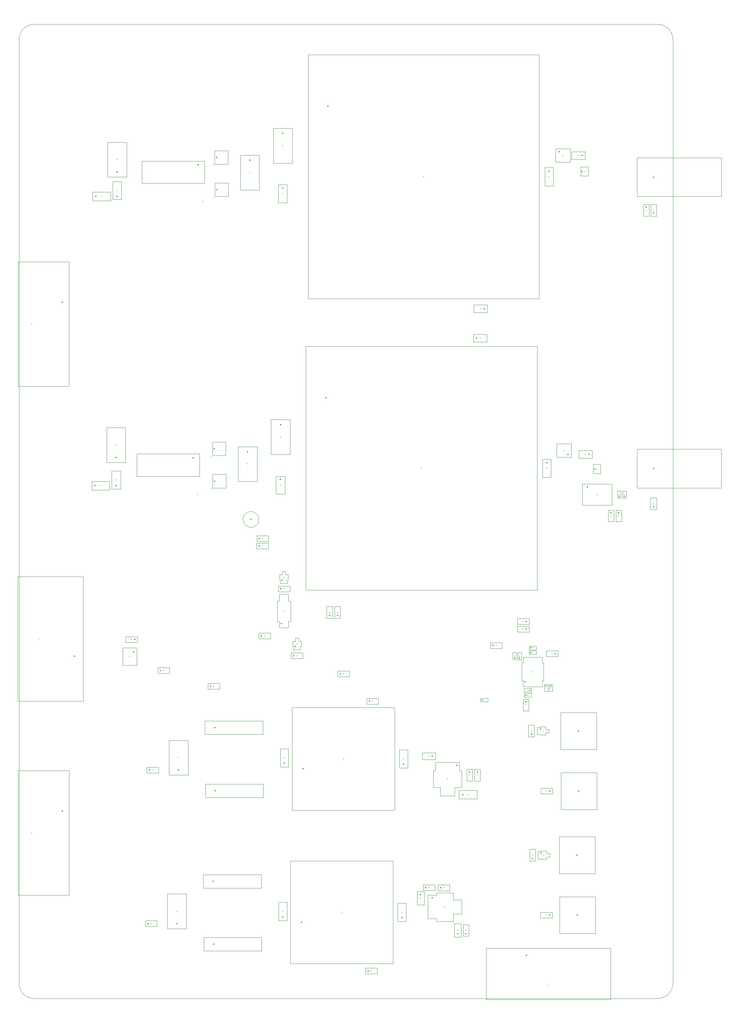
<source format=gbr>
%TF.GenerationSoftware,KiCad,Pcbnew,9.0.3*%
%TF.CreationDate,2025-09-16T12:32:50-04:00*%
%TF.ProjectId,CAEN_NEVIS_DAQ_PM5V,4341454e-5f4e-4455-9649-535f4441515f,rev?*%
%TF.SameCoordinates,Original*%
%TF.FileFunction,Component,L1,Top*%
%TF.FilePolarity,Positive*%
%FSLAX46Y46*%
G04 Gerber Fmt 4.6, Leading zero omitted, Abs format (unit mm)*
G04 Created by KiCad (PCBNEW 9.0.3) date 2025-09-16 12:32:50*
%MOMM*%
%LPD*%
G01*
G04 APERTURE LIST*
%TA.AperFunction,ComponentMain*%
%ADD10C,0.300000*%
%TD*%
%TA.AperFunction,ComponentOutline,Courtyard*%
%ADD11C,0.100000*%
%TD*%
%TA.AperFunction,ComponentPin*%
%ADD12P,0.360000X4X0.000000*%
%TD*%
%TA.AperFunction,ComponentPin*%
%ADD13C,0.100000*%
%TD*%
%TA.AperFunction,ComponentOutline,Footprint*%
%ADD14C,0.100000*%
%TD*%
%TA.AperFunction,Profile*%
%ADD15C,0.050000*%
%TD*%
G04 APERTURE END LIST*
D10*
%TO.C,R28*%
%TO.CFtp,C_0603_1608Metric*%
%TO.CVal,49.9k*%
%TO.CLbN,Capacitor_SMD*%
%TO.CMnt,SMD*%
%TO.CRot,90*%
X278970000Y-143290000D03*
D11*
X279695000Y-141815000D02*
X279695000Y-144765000D01*
X278245000Y-144765000D01*
X278245000Y-141815000D01*
X279695000Y-141815000D01*
D12*
%TO.P,R28,1*%
X278970000Y-144065000D03*
D13*
%TO.P,R28,2*%
X278970000Y-142515000D03*
%TD*%
D10*
%TO.C,C39*%
%TO.CFtp,CP_EIA-3216-12_Kemet-S*%
%TO.CVal,10uF*%
%TO.CLbN,Capacitor_Tantalum_SMD*%
%TO.CMnt,SMD*%
%TO.CRot,90*%
X185356250Y-246150001D03*
D11*
X186401250Y-243855001D02*
X186401250Y-248445001D01*
X184311250Y-248445001D01*
X184311250Y-243855001D01*
X186401250Y-243855001D01*
D12*
%TO.P,C39,1*%
X185356250Y-247500001D03*
D13*
%TO.P,C39,2*%
X185356250Y-244800001D03*
%TD*%
D10*
%TO.C,C63*%
%TO.CFtp,C_0402_1005Metric*%
%TO.CVal,0.1uF*%
%TO.CLbN,Capacitor_SMD*%
%TO.CMnt,SMD*%
%TO.CRot,90*%
X243895000Y-181720000D03*
D11*
X244350000Y-180815000D02*
X244350000Y-182625000D01*
X243440000Y-182625000D01*
X243440000Y-180815000D01*
X244350000Y-180815000D01*
D12*
%TO.P,C63,1*%
X243895000Y-182200000D03*
D13*
%TO.P,C63,2*%
X243895000Y-181240000D03*
%TD*%
D10*
%TO.C,C29*%
%TO.CFtp,CP_EIA-7343-20_Kemet-V*%
%TO.CVal,100uF*%
%TO.CLbN,Capacitor_Tantalum_SMD*%
%TO.CMnt,SMD*%
%TO.CRot,90*%
X159025000Y-207360000D03*
D11*
X161420000Y-202965000D02*
X161420000Y-211755000D01*
X156630000Y-211755000D01*
X156630000Y-202965000D01*
X161420000Y-202965000D01*
D12*
%TO.P,C29,1*%
X159025000Y-210472500D03*
D13*
%TO.P,C29,2*%
X159025000Y-204247500D03*
%TD*%
D10*
%TO.C,R43*%
%TO.CFtp,R_0603_1608Metric*%
%TO.CVal,150*%
%TO.CLbN,Resistor_SMD*%
%TO.CMnt,SMD*%
%TO.CRot,180*%
X252020000Y-215770000D03*
D11*
X253495000Y-215045000D02*
X253495000Y-216495000D01*
X250545000Y-216495000D01*
X250545000Y-215045000D01*
X253495000Y-215045000D01*
D12*
%TO.P,R43,1*%
X252845000Y-215770000D03*
D13*
%TO.P,R43,2*%
X251195000Y-215770000D03*
%TD*%
D10*
%TO.C,C54*%
%TO.CFtp,C_0603_1608Metric*%
%TO.CVal,0.1uF*%
%TO.CLbN,Capacitor_SMD*%
%TO.CMnt,SMD*%
%TO.CRot,-90*%
X234480000Y-211750000D03*
D11*
X235205000Y-210275000D02*
X235205000Y-213225000D01*
X233755000Y-213225000D01*
X233755000Y-210275000D01*
X235205000Y-210275000D01*
D12*
%TO.P,C54,1*%
X234480000Y-210975000D03*
D13*
%TO.P,C54,2*%
X234480000Y-212525000D03*
%TD*%
D10*
%TO.C,C46*%
%TO.CFtp,CP_EIA-3216-10_Kemet-I*%
%TO.CVal,10uF*%
%TO.CLbN,Capacitor_Tantalum_SMD*%
%TO.CMnt,SMD*%
%TO.CRot,90*%
X215446250Y-246364999D03*
D11*
X216491250Y-244069999D02*
X216491250Y-248659999D01*
X214401250Y-248659999D01*
X214401250Y-244069999D01*
X216491250Y-244069999D01*
D12*
%TO.P,C46,1*%
X215446250Y-247714999D03*
D13*
%TO.P,C46,2*%
X215446250Y-245014999D03*
%TD*%
D10*
%TO.C,L5*%
%TO.CFtp,MLC1538-*%
%TO.CVal,1.5uH*%
%TO.CLbN,CoilCraft*%
%TO.CMnt,SMD*%
%TO.CRot,90*%
X180415000Y-217381000D03*
D14*
X165815000Y-217381000D02*
X180415000Y-217381000D01*
X180415000Y-213981000D01*
X165815000Y-213981000D01*
X165815000Y-217381000D01*
D12*
%TO.P,L5,1,1*%
X168315000Y-215681000D03*
D13*
%TO.P,L5,2,2*%
X177915000Y-215681000D03*
%TD*%
D10*
%TO.C,R16*%
%TO.CFtp,R_0603_1608Metric*%
%TO.CVal,180*%
%TO.CLbN,Resistor_SMD*%
%TO.CMnt,SMD*%
%TO.CRot,0*%
X167960000Y-189320000D03*
D11*
X169435000Y-188595000D02*
X169435000Y-190045000D01*
X166485000Y-190045000D01*
X166485000Y-188595000D01*
X169435000Y-188595000D01*
D12*
%TO.P,R16,1*%
X167135000Y-189320000D03*
D13*
%TO.P,R16,2*%
X168785000Y-189320000D03*
%TD*%
D10*
%TO.C,C37*%
%TO.CFtp,CP_EIA-3216-10_Kemet-I*%
%TO.CVal,10uF*%
%TO.CLbN,Capacitor_Tantalum_SMD*%
%TO.CMnt,SMD*%
%TO.CRot,90*%
X215845000Y-207635000D03*
D11*
X216890000Y-205340000D02*
X216890000Y-209930000D01*
X214800000Y-209930000D01*
X214800000Y-205340000D01*
X216890000Y-205340000D01*
D12*
%TO.P,C37,1*%
X215845000Y-208985000D03*
D13*
%TO.P,C37,2*%
X215845000Y-206285000D03*
%TD*%
D10*
%TO.C,P4*%
%TO.CFtp,conn1_1-1123824-1_TEC*%
%TO.CVal,1-1123824-1*%
%TO.CLbN,TE_Connectivity*%
%TO.CMnt,TH*%
%TO.CRot,90*%
X260040000Y-200620000D03*
D11*
X264564000Y-195971001D02*
X264564000Y-205268999D01*
X255516000Y-205268999D01*
X255516000Y-195971001D01*
X264564000Y-195971001D01*
D12*
%TO.P,P4,1,1*%
X260040000Y-200620000D03*
D13*
%TO.P,P4,*%
X260800000Y-204290000D03*
X260800000Y-196970000D03*
%TD*%
D10*
%TO.C,C59*%
%TO.CFtp,CP_EIA-2012-12_Kemet-R*%
%TO.CVal,1uF*%
%TO.CLbN,Capacitor_Tantalum_SMD*%
%TO.CMnt,SMD*%
%TO.CRot,-90*%
X220150000Y-242782500D03*
D11*
X221025000Y-241087500D02*
X221025000Y-244477500D01*
X219275000Y-244477500D01*
X219275000Y-241087500D01*
X221025000Y-241087500D01*
D12*
%TO.P,C59,1*%
X220150000Y-241895000D03*
D13*
%TO.P,C59,2*%
X220150000Y-243670000D03*
%TD*%
D10*
%TO.C,F3*%
%TO.CFtp,R_0603_1608Metric*%
%TO.CVal,Fuse*%
%TO.CLbN,Resistor_SMD*%
%TO.CMnt,SMD*%
%TO.CRot,0*%
X152535000Y-210480000D03*
D11*
X154010000Y-209755000D02*
X154010000Y-211205000D01*
X151060000Y-211205000D01*
X151060000Y-209755000D01*
X154010000Y-209755000D01*
D12*
%TO.P,F3,1*%
X151710000Y-210480000D03*
D13*
%TO.P,F3,2*%
X153360000Y-210480000D03*
%TD*%
D10*
%TO.C,R38*%
%TO.CFtp,C_0603_1608Metric*%
%TO.CVal,49.9*%
%TO.CLbN,Capacitor_SMD*%
%TO.CMnt,SMD*%
%TO.CRot,0*%
X200680000Y-186230000D03*
D11*
X202155000Y-185505000D02*
X202155000Y-186955000D01*
X199205000Y-186955000D01*
X199205000Y-185505000D01*
X202155000Y-185505000D01*
D12*
%TO.P,R38,1*%
X199905000Y-186230000D03*
D13*
%TO.P,R38,2*%
X201455000Y-186230000D03*
%TD*%
D10*
%TO.C,U2*%
%TO.CFtp,DBV5*%
%TO.CVal,SN65LVDS2DBVR*%
%TO.CLbN,Texas_Instruments*%
%TO.CMnt,SMD*%
%TO.CRot,-90*%
X146709999Y-181826200D03*
D11*
X148482999Y-179646800D02*
X148482999Y-184005600D01*
X144936999Y-184005600D01*
X144936999Y-179646800D01*
X148482999Y-179646800D01*
D12*
%TO.P,U2,1,VCC*%
X147660000Y-180632400D03*
D13*
%TO.P,U2,2,GND*%
X146709999Y-180632400D03*
%TO.P,U2,3,A*%
X145759998Y-180632400D03*
%TO.P,U2,4,B*%
X145759998Y-183020000D03*
%TO.P,U2,5,R*%
X147660000Y-183020000D03*
%TD*%
D10*
%TO.C,R7*%
%TO.CFtp,R_0603_1608Metric*%
%TO.CVal,49.9*%
%TO.CLbN,Resistor_SMD*%
%TO.CMnt,SMD*%
%TO.CRot,0*%
X155270000Y-185370000D03*
D11*
X156745000Y-184645000D02*
X156745000Y-186095000D01*
X153795000Y-186095000D01*
X153795000Y-184645000D01*
X156745000Y-184645000D01*
D12*
%TO.P,R7,1*%
X154445000Y-185370000D03*
D13*
%TO.P,R7,2*%
X156095000Y-185370000D03*
%TD*%
D10*
%TO.C,R11*%
%TO.CFtp,R_1206_3216Metric*%
%TO.CVal,0.1*%
%TO.CLbN,Resistor_SMD*%
%TO.CMnt,SMD*%
%TO.CRot,-90*%
X184775000Y-138610000D03*
D11*
X185890000Y-136335000D02*
X185890000Y-140885000D01*
X183660000Y-140885000D01*
X183660000Y-136335000D01*
X185890000Y-136335000D01*
D12*
%TO.P,R11,1*%
X184775000Y-137147500D03*
D13*
%TO.P,R11,2*%
X184775000Y-140072500D03*
%TD*%
D10*
%TO.C,C65*%
%TO.CFtp,CP_EIA-2012-12_Kemet-R*%
%TO.CVal,1uF*%
%TO.CLbN,Capacitor_Tantalum_SMD*%
%TO.CMnt,SMD*%
%TO.CRot,90*%
X229510000Y-250920000D03*
D11*
X230385000Y-249225000D02*
X230385000Y-252615000D01*
X228635000Y-252615000D01*
X228635000Y-249225000D01*
X230385000Y-249225000D01*
D12*
%TO.P,C65,1*%
X229510000Y-251807500D03*
D13*
%TO.P,C65,2*%
X229510000Y-250032500D03*
%TD*%
D10*
%TO.C,F1*%
%TO.CFtp,R_1206_3216Metric*%
%TO.CVal,0685T6000-01*%
%TO.CLbN,Resistor_SMD*%
%TO.CMnt,SMD*%
%TO.CRot,0*%
X139590000Y-65752500D03*
D11*
X141865000Y-64637500D02*
X141865000Y-66867500D01*
X137315000Y-66867500D01*
X137315000Y-64637500D01*
X141865000Y-64637500D01*
D12*
%TO.P,F1,1*%
X138127500Y-65752500D03*
D13*
%TO.P,F1,2*%
X141052500Y-65752500D03*
%TD*%
D10*
%TO.C,M2*%
%TO.CFtp,SSM_TOS*%
%TO.CVal,SSM3K15AFS_LF*%
%TO.CLbN,Toshiba_Semi*%
%TO.CMnt,SMD*%
%TO.CRot,0*%
X185639999Y-161845000D03*
D11*
X186038999Y-160340401D02*
X186038999Y-161196000D01*
X186688999Y-161196000D01*
X186688999Y-162494000D01*
X186538999Y-162494000D01*
X186538999Y-163349599D01*
X184740999Y-163349599D01*
X184740999Y-162494000D01*
X184590999Y-162494000D01*
X184590999Y-161196000D01*
X185240999Y-161196000D01*
X185240999Y-160340401D01*
X186038999Y-160340401D01*
D12*
%TO.P,M2,1,1*%
X185140000Y-162520000D03*
D13*
%TO.P,M2,2,2*%
X186139998Y-162520000D03*
%TO.P,M2,3,3*%
X185639999Y-161170000D03*
%TD*%
D10*
%TO.C,U4*%
%TO.CFtp,CONV_VHB75W-Q24-S5*%
%TO.CVal,VHB75W-Q24-S5*%
%TO.CLbN,CUI*%
%TO.CMnt,TH*%
%TO.CRot,0*%
X220360000Y-134320000D03*
D11*
X249555000Y-103575000D02*
X249555000Y-165065000D01*
X191165000Y-165065000D01*
X191165000Y-103575000D01*
X249555000Y-103575000D01*
D12*
%TO.P,U4,1,+VIN*%
X196235000Y-116540000D03*
D13*
%TO.P,U4,*%
X196235000Y-108920000D03*
X196235000Y-159720000D03*
X244485000Y-108920000D03*
X244485000Y-159720000D03*
%TO.P,U4,2,ON/OFF*%
X196235000Y-126700000D03*
%TO.P,U4,3,CASE*%
X196235000Y-141940000D03*
%TO.P,U4,4,-VIN*%
X196235000Y-152100000D03*
%TO.P,U4,5,-VO*%
X244485000Y-152100000D03*
%TO.P,U4,6,-S*%
X244485000Y-141940000D03*
%TO.P,U4,7,TRIM*%
X244485000Y-134320000D03*
%TO.P,U4,8,+S*%
X244485000Y-126700000D03*
%TO.P,U4,9,+VO*%
X244485000Y-116540000D03*
%TD*%
D10*
%TO.C,U9*%
%TO.CFtp,SOT-3_ST_LIT*%
%TO.CVal,LT3080EST-PBF*%
%TO.CLbN,Analog_Devices*%
%TO.CMnt,SMD*%
%TO.CRot,180*%
X226928500Y-212760000D03*
D11*
X229908000Y-208510500D02*
X229908000Y-210656800D01*
X230530300Y-210656800D01*
X230530300Y-214863200D01*
X228752300Y-214863200D01*
X228752300Y-217009500D01*
X225104700Y-217009500D01*
X225104700Y-214863200D01*
X223326700Y-214863200D01*
X223326700Y-210656800D01*
X223949000Y-210656800D01*
X223949000Y-208510500D01*
X229908000Y-208510500D01*
D12*
%TO.P,U9,1,SET*%
X229239900Y-209267500D03*
D13*
%TO.P,U9,2,OUT*%
X226928500Y-209267500D03*
%TO.P,U9,3,IN*%
X224617100Y-209267500D03*
%TO.P,U9,4,TAB*%
X226928500Y-216260000D03*
%TD*%
D10*
%TO.C,R35*%
%TO.CFtp,R_0603_1608Metric*%
%TO.CVal,49.9*%
%TO.CLbN,Resistor_SMD*%
%TO.CMnt,SMD*%
%TO.CRot,-90*%
X246730000Y-194060000D03*
D11*
X247455000Y-192585000D02*
X247455000Y-195535000D01*
X246005000Y-195535000D01*
X246005000Y-192585000D01*
X247455000Y-192585000D01*
D12*
%TO.P,R35,1*%
X246730000Y-193235000D03*
D13*
%TO.P,R35,2*%
X246730000Y-194885000D03*
%TD*%
D10*
%TO.C,P2*%
%TO.CFtp,conn1_1-1123824-1_TEC*%
%TO.CVal,1-1123824-1*%
%TO.CLbN,TE_Connectivity*%
%TO.CMnt,TH*%
%TO.CRot,90*%
X259760000Y-247070000D03*
D11*
X264284000Y-242421001D02*
X264284000Y-251718999D01*
X255236000Y-251718999D01*
X255236000Y-242421001D01*
X264284000Y-242421001D01*
D12*
%TO.P,P2,1,1*%
X259760000Y-247070000D03*
D13*
%TO.P,P2,*%
X260520000Y-250740000D03*
X260520000Y-243420000D03*
%TD*%
D10*
%TO.C,U12*%
%TO.CFtp,R_8_ADI*%
%TO.CVal,LTC2051H*%
%TO.CLbN,Analog_Devices*%
%TO.CMnt,SMD*%
%TO.CRot,90*%
X248460000Y-185730000D03*
D11*
X250893400Y-182026600D02*
X250893400Y-183487100D01*
X251210900Y-183487100D01*
X251210900Y-187972900D01*
X250893400Y-187972900D01*
X250893400Y-189433400D01*
X246026600Y-189433400D01*
X246026600Y-187972900D01*
X245709100Y-187972900D01*
X245709100Y-183487100D01*
X246026600Y-183487100D01*
X246026600Y-182026600D01*
X250893400Y-182026600D01*
D12*
%TO.P,U12,1,A_OUT*%
X246555000Y-188193800D03*
D13*
%TO.P,U12,2,-INA*%
X247825000Y-188193800D03*
%TO.P,U12,3,+INA*%
X249095000Y-188193800D03*
%TO.P,U12,4,VSS*%
X250365000Y-188193800D03*
%TO.P,U12,5,+INB*%
X250365000Y-183266200D03*
%TO.P,U12,6,-INB*%
X249095000Y-183266200D03*
%TO.P,U12,7,B_OUT*%
X247825000Y-183266200D03*
%TO.P,U12,8,VCC*%
X246555000Y-183266200D03*
%TD*%
D10*
%TO.C,R42*%
%TO.CFtp,R_0603_1608Metric*%
%TO.CVal,150*%
%TO.CLbN,Resistor_SMD*%
%TO.CMnt,SMD*%
%TO.CRot,180*%
X251940000Y-247060000D03*
D11*
X253415000Y-246335000D02*
X253415000Y-247785000D01*
X250465000Y-247785000D01*
X250465000Y-246335000D01*
X253415000Y-246335000D01*
D12*
%TO.P,R42,1*%
X252765000Y-247060000D03*
D13*
%TO.P,R42,2*%
X251115000Y-247060000D03*
%TD*%
D10*
%TO.C,C48*%
%TO.CFtp,C_0402_1005Metric*%
%TO.CVal,0.1uF*%
%TO.CLbN,Capacitor_SMD*%
%TO.CMnt,SMD*%
%TO.CRot,90*%
X271620000Y-140990000D03*
D11*
X272075000Y-140085000D02*
X272075000Y-141895000D01*
X271165000Y-141895000D01*
X271165000Y-140085000D01*
X272075000Y-140085000D01*
D12*
%TO.P,C48,1*%
X271620000Y-141470000D03*
D13*
%TO.P,C48,2*%
X271620000Y-140510000D03*
%TD*%
D10*
%TO.C,U7*%
%TO.CFtp,INA28x_8SOIC*%
%TO.CVal,INA286*%
%TO.CLbN,Texas_Instruments*%
%TO.CMnt,SMD*%
%TO.CRot,0*%
X264735000Y-140990000D03*
D11*
X268435000Y-138292500D02*
X268435000Y-143687500D01*
X261035000Y-143687500D01*
X261035000Y-138292500D01*
X268435000Y-138292500D01*
D12*
%TO.P,U7,1,-IN*%
X262265000Y-139085000D03*
D13*
%TO.P,U7,2,GND*%
X262265000Y-140355000D03*
%TO.P,U7,3,REF2*%
X262265000Y-141625000D03*
%TO.P,U7,4,4*%
X262265000Y-142895000D03*
%TO.P,U7,5,OUT*%
X267205000Y-142895000D03*
%TO.P,U7,6,V+*%
X267205000Y-141625000D03*
%TO.P,U7,7,REF1*%
X267205000Y-140355000D03*
%TO.P,U7,8,+IN*%
X267205000Y-139085000D03*
%TD*%
D10*
%TO.C,J1*%
%TO.CFtp,618015330923*%
%TO.CVal,618015330923*%
%TO.CLbN,Wurth_Elektronik*%
%TO.CMnt,TH*%
%TO.CRot,-90*%
X123690000Y-177404000D03*
D11*
X134935000Y-161704000D02*
X134935000Y-193104000D01*
X118445000Y-193104000D01*
X118445000Y-161704000D01*
X134935000Y-161704000D01*
D12*
%TO.P,J1,1*%
X132710000Y-181730000D03*
D13*
%TO.P,J1,2*%
X132710000Y-179440000D03*
%TO.P,J1,3*%
X132710000Y-177150000D03*
%TO.P,J1,4*%
X132710000Y-174860000D03*
%TO.P,J1,5*%
X132710000Y-172570000D03*
%TO.P,J1,6*%
X130170000Y-182875000D03*
%TO.P,J1,7*%
X130170000Y-180585000D03*
%TO.P,J1,8*%
X130170000Y-178295000D03*
%TO.P,J1,9*%
X130170000Y-176005000D03*
%TO.P,J1,10*%
X130170000Y-173715000D03*
%TO.P,J1,11*%
X127630000Y-181730000D03*
%TO.P,J1,12*%
X127630000Y-179440000D03*
%TO.P,J1,13*%
X127630000Y-177150000D03*
%TO.P,J1,14*%
X127630000Y-174860000D03*
%TO.P,J1,15*%
X127630000Y-172570000D03*
%TO.P,J1,S1*%
X130170000Y-164909000D03*
%TO.P,J1,S2*%
X130170000Y-189899000D03*
%TD*%
D10*
%TO.C,C28*%
%TO.CFtp,C_0603_1608Metric*%
%TO.CVal,0.1uF*%
%TO.CLbN,Capacitor_SMD*%
%TO.CMnt,SMD*%
%TO.CRot,0*%
X207700000Y-261150000D03*
D11*
X209175000Y-260425000D02*
X209175000Y-261875000D01*
X206225000Y-261875000D01*
X206225000Y-260425000D01*
X209175000Y-260425000D01*
D12*
%TO.P,C28,1*%
X206925000Y-261150000D03*
D13*
%TO.P,C28,2*%
X208475000Y-261150000D03*
%TD*%
D10*
%TO.C,D2*%
%TO.CFtp,SOT95P230X110-3N*%
%TO.CVal,PLVA653A\u002C215*%
%TO.CLbN,Nexperia*%
%TO.CMnt,SMD*%
%TO.CRot,0*%
X256120000Y-55470000D03*
D11*
X257975000Y-53775000D02*
X257975000Y-57165000D01*
X254265000Y-57165000D01*
X254265000Y-53775000D01*
X257975000Y-53775000D01*
D12*
%TO.P,D2,1,1*%
X255140000Y-54520000D03*
D13*
%TO.P,D2,2,2*%
X255140000Y-56420000D03*
%TO.P,D2,3,3*%
X257100000Y-55470000D03*
%TD*%
D10*
%TO.C,C61*%
%TO.CFtp,C_0402_1005Metric*%
%TO.CVal,0.1uF*%
%TO.CLbN,Capacitor_SMD*%
%TO.CMnt,SMD*%
%TO.CRot,-90*%
X253050000Y-189770000D03*
D11*
X253505000Y-188865000D02*
X253505000Y-190675000D01*
X252595000Y-190675000D01*
X252595000Y-188865000D01*
X253505000Y-188865000D01*
D12*
%TO.P,C61,1*%
X253050000Y-189290000D03*
D13*
%TO.P,C61,2*%
X253050000Y-190250000D03*
%TD*%
D10*
%TO.C,C16*%
%TO.CFtp,CP_EIA-3216-12_Kemet-S*%
%TO.CVal,10uF*%
%TO.CLbN,Capacitor_Tantalum_SMD*%
%TO.CMnt,SMD*%
%TO.CRot,-90*%
X252565000Y-60800000D03*
D11*
X253610000Y-58505000D02*
X253610000Y-63095000D01*
X251520000Y-63095000D01*
X251520000Y-58505000D01*
X253610000Y-58505000D01*
D12*
%TO.P,C16,1*%
X252565000Y-59450000D03*
D13*
%TO.P,C16,2*%
X252565000Y-62150000D03*
%TD*%
D10*
%TO.C,C9*%
%TO.CFtp,CP_EIA-7343-30_AVX-N*%
%TO.CVal,150uF*%
%TO.CLbN,Capacitor_Tantalum_SMD*%
%TO.CMnt,SMD*%
%TO.CRot,-90*%
X185345000Y-52957500D03*
D11*
X187740000Y-48562500D02*
X187740000Y-57352500D01*
X182950000Y-57352500D01*
X182950000Y-48562500D01*
X187740000Y-48562500D01*
D12*
%TO.P,C9,1*%
X185345000Y-49845000D03*
D13*
%TO.P,C9,2*%
X185345000Y-56070000D03*
%TD*%
D10*
%TO.C,C62*%
%TO.CFtp,C_0402_1005Metric*%
%TO.CVal,0.01uF*%
%TO.CLbN,Capacitor_SMD*%
%TO.CMnt,SMD*%
%TO.CRot,90*%
X245125000Y-181740000D03*
D11*
X245580000Y-180835000D02*
X245580000Y-182645000D01*
X244670000Y-182645000D01*
X244670000Y-180835000D01*
X245580000Y-180835000D01*
D12*
%TO.P,C62,1*%
X245125000Y-182220000D03*
D13*
%TO.P,C62,2*%
X245125000Y-181260000D03*
%TD*%
D10*
%TO.C,L9*%
%TO.CFtp,MSD1583-105*%
%TO.CVal,900uH to 1mH (CM) 2uH Leakage*%
%TO.CLbN,CoilCraft*%
%TO.CMnt,SMD*%
%TO.CRot,90*%
X165180000Y-67130000D03*
D14*
X149780000Y-62430000D02*
X165580000Y-62430000D01*
X165580000Y-56830000D01*
X149780000Y-56830000D01*
X149780000Y-62430000D01*
D12*
%TO.P,L9,1*%
X163980000Y-57780000D03*
D13*
%TO.P,L9,2*%
X163980000Y-61480000D03*
%TO.P,L9,3*%
X151380000Y-61480000D03*
%TO.P,L9,4*%
X151380000Y-57780000D03*
%TD*%
D10*
%TO.C,R8*%
%TO.CFtp,R_1206_3216Metric*%
%TO.CVal,10*%
%TO.CLbN,Resistor_SMD*%
%TO.CMnt,SMD*%
%TO.CRot,90*%
X143510000Y-64282500D03*
D11*
X144625000Y-62007500D02*
X144625000Y-66557500D01*
X142395000Y-66557500D01*
X142395000Y-62007500D01*
X144625000Y-62007500D01*
D12*
%TO.P,R8,1*%
X143510000Y-65745000D03*
D13*
%TO.P,R8,2*%
X143510000Y-62820000D03*
%TD*%
D10*
%TO.C,C17*%
%TO.CFtp,CP_EIA-7343-30_AVX-N*%
%TO.CVal,33uF*%
%TO.CLbN,Capacitor_Tantalum_SMD*%
%TO.CMnt,SMD*%
%TO.CRot,90*%
X143240000Y-128480000D03*
D11*
X145635000Y-124085000D02*
X145635000Y-132875000D01*
X140845000Y-132875000D01*
X140845000Y-124085000D01*
X145635000Y-124085000D01*
D12*
%TO.P,C17,1*%
X143240000Y-131592500D03*
D13*
%TO.P,C17,2*%
X143240000Y-125367500D03*
%TD*%
D10*
%TO.C,R1*%
%TO.CFtp,RES_FCSL20_OHM-L*%
%TO.CVal,FCSL20R010FER*%
%TO.CLbN,Foil_Resistors*%
%TO.CMnt,SMD*%
%TO.CRot,0*%
X261500000Y-59460000D03*
D11*
X262422100Y-58283900D02*
X262422100Y-60636100D01*
X260577900Y-60636100D01*
X260577900Y-58283900D01*
X262422100Y-58283900D01*
D12*
%TO.P,R1,1*%
X260966600Y-59460000D03*
D13*
%TO.P,R1,2*%
X262033400Y-59460000D03*
%TD*%
D10*
%TO.C,V_{EN}1*%
%TO.CFtp,TestPoint_Keystone_5005-5009_Compact*%
%TO.CVal,TestPoint*%
%TO.CLbN,TestPoint*%
%TO.CMnt,TH*%
%TO.CRot,0*%
X177270000Y-147230000D03*
D11*
X177412504Y-145237548D02*
X177694610Y-145278108D01*
X177968068Y-145358403D01*
X178227320Y-145476799D01*
X178467080Y-145630884D01*
X178682475Y-145817524D01*
X178869115Y-146032919D01*
X179023200Y-146272679D01*
X179141596Y-146531931D01*
X179221891Y-146805389D01*
X179262458Y-147087542D01*
X179264999Y-147230000D01*
X179262458Y-147372457D01*
X179221891Y-147654610D01*
X179141596Y-147928068D01*
X179023200Y-148187320D01*
X178869115Y-148427080D01*
X178682475Y-148642475D01*
X178467080Y-148829115D01*
X178227320Y-148983200D01*
X177968068Y-149101596D01*
X177694610Y-149181891D01*
X177412504Y-149222452D01*
X177127496Y-149222452D01*
X176845389Y-149181891D01*
X176571931Y-149101596D01*
X176312679Y-148983200D01*
X176072919Y-148829115D01*
X175857524Y-148642475D01*
X175670884Y-148427080D01*
X175516799Y-148187320D01*
X175398403Y-147928068D01*
X175318108Y-147654610D01*
X175277548Y-147372503D01*
X175277548Y-147087496D01*
X175318108Y-146805389D01*
X175398403Y-146531931D01*
X175516799Y-146272679D01*
X175670884Y-146032919D01*
X175857524Y-145817524D01*
X176072919Y-145630884D01*
X176312679Y-145476799D01*
X176571931Y-145358403D01*
X176845389Y-145278108D01*
X177127496Y-145237548D01*
X177412504Y-145237548D01*
D12*
%TO.P,V_{EN}1,1,1*%
X177270000Y-147230000D03*
%TD*%
D10*
%TO.C,R14*%
%TO.CFtp,R_0603_1608Metric*%
%TO.CVal,835*%
%TO.CLbN,Resistor_SMD*%
%TO.CMnt,SMD*%
%TO.CRot,0*%
X180760000Y-176640000D03*
D11*
X182235000Y-175915000D02*
X182235000Y-177365000D01*
X179285000Y-177365000D01*
X179285000Y-175915000D01*
X182235000Y-175915000D01*
D12*
%TO.P,R14,1*%
X179935000Y-176640000D03*
D13*
%TO.P,R14,2*%
X181585000Y-176640000D03*
%TD*%
D10*
%TO.C,M4*%
%TO.CFtp,SSM_TOS*%
%TO.CVal,SSM3K15AFS_LF*%
%TO.CLbN,Toshiba_Semi*%
%TO.CMnt,SMD*%
%TO.CRot,-90*%
X251275000Y-231949999D03*
D11*
X251924000Y-230900999D02*
X251924000Y-231550999D01*
X252779599Y-231550999D01*
X252779599Y-232348999D01*
X251924000Y-232348999D01*
X251924000Y-232998999D01*
X250626000Y-232998999D01*
X250626000Y-232848999D01*
X249770401Y-232848999D01*
X249770401Y-231050999D01*
X250626000Y-231050999D01*
X250626000Y-230900999D01*
X251924000Y-230900999D01*
D12*
%TO.P,M4,1,1*%
X250600000Y-231450000D03*
D13*
%TO.P,M4,2,2*%
X250600000Y-232449998D03*
%TO.P,M4,3,3*%
X251950000Y-231949999D03*
%TD*%
D10*
%TO.C,R39*%
%TO.CFtp,R_0603_1608Metric*%
%TO.CVal,120*%
%TO.CLbN,Resistor_SMD*%
%TO.CMnt,SMD*%
%TO.CRot,90*%
X231580000Y-250930000D03*
D11*
X232305000Y-249455000D02*
X232305000Y-252405000D01*
X230855000Y-252405000D01*
X230855000Y-249455000D01*
X232305000Y-249455000D01*
D12*
%TO.P,R39,1*%
X231580000Y-251755000D03*
D13*
%TO.P,R39,2*%
X231580000Y-250105000D03*
%TD*%
D10*
%TO.C,C18*%
%TO.CFtp,CP_EIA-7343-30_AVX-N*%
%TO.CVal,33uF*%
%TO.CLbN,Capacitor_Tantalum_SMD*%
%TO.CMnt,SMD*%
%TO.CRot,-90*%
X176455000Y-133280000D03*
D11*
X178850000Y-128885000D02*
X178850000Y-137675000D01*
X174060000Y-137675000D01*
X174060000Y-128885000D01*
X178850000Y-128885000D01*
D12*
%TO.P,C18,1*%
X176455000Y-130167500D03*
D13*
%TO.P,C18,2*%
X176455000Y-136392500D03*
%TD*%
D10*
%TO.C,C55*%
%TO.CFtp,CP_EIA-3216-12_Kemet-S*%
%TO.CVal,2.2uF*%
%TO.CLbN,Capacitor_Tantalum_SMD*%
%TO.CMnt,SMD*%
%TO.CRot,0*%
X232170000Y-216690000D03*
D11*
X234465000Y-215645000D02*
X234465000Y-217735000D01*
X229875000Y-217735000D01*
X229875000Y-215645000D01*
X234465000Y-215645000D01*
D12*
%TO.P,C55,1*%
X230820000Y-216690000D03*
D13*
%TO.P,C55,2*%
X233520000Y-216690000D03*
%TD*%
D10*
%TO.C,C47*%
%TO.CFtp,C_0402_1005Metric*%
%TO.CVal,0.01uF*%
%TO.CLbN,Capacitor_SMD*%
%TO.CMnt,SMD*%
%TO.CRot,90*%
X270310000Y-141010000D03*
D11*
X270765000Y-140105000D02*
X270765000Y-141915000D01*
X269855000Y-141915000D01*
X269855000Y-140105000D01*
X270765000Y-140105000D01*
D12*
%TO.P,C47,1*%
X270310000Y-141490000D03*
D13*
%TO.P,C47,2*%
X270310000Y-140530000D03*
%TD*%
D10*
%TO.C,J4*%
%TO.CFtp,CONN_RF2-49B-T-00-50-G-HDW_ADM*%
%TO.CVal,RF2-49B-T-00-50-G-HDW*%
%TO.CLbN,Adam_Tech*%
%TO.CMnt,TH*%
%TO.CRot,-90*%
X278970000Y-134410000D03*
D11*
X296049432Y-129512800D02*
X296049432Y-139307200D01*
X274844569Y-139307200D01*
X274844569Y-129512800D01*
X296049432Y-129512800D01*
D12*
%TO.P,J4,1,SIGNAL*%
X278970000Y-134410000D03*
D13*
%TO.P,J4,2,GND*%
X281510000Y-131870000D03*
%TO.P,J4,3,GND*%
X276430000Y-131870000D03*
%TO.P,J4,4,GND*%
X276430000Y-136950000D03*
%TO.P,J4,5,GND*%
X281510000Y-136950000D03*
%TD*%
D10*
%TO.C,C19*%
%TO.CFtp,CP_EIA-7343-30_AVX-N*%
%TO.CVal,150uF*%
%TO.CLbN,Capacitor_Tantalum_SMD*%
%TO.CMnt,SMD*%
%TO.CRot,-90*%
X184785000Y-126480000D03*
D11*
X187180000Y-122085000D02*
X187180000Y-130875000D01*
X182390000Y-130875000D01*
X182390000Y-122085000D01*
X187180000Y-122085000D01*
D12*
%TO.P,C19,1*%
X184785000Y-123367500D03*
D13*
%TO.P,C19,2*%
X184785000Y-129592500D03*
%TD*%
D10*
%TO.C,L6*%
%TO.CFtp,MLC1538-*%
%TO.CVal,1.5uH*%
%TO.CLbN,CoilCraft*%
%TO.CMnt,SMD*%
%TO.CRot,90*%
X180295000Y-201511000D03*
D14*
X165695000Y-201511000D02*
X180295000Y-201511000D01*
X180295000Y-198111000D01*
X165695000Y-198111000D01*
X165695000Y-201511000D01*
D12*
%TO.P,L6,1,1*%
X168195000Y-199811000D03*
D13*
%TO.P,L6,2,2*%
X177795000Y-199811000D03*
%TD*%
D10*
%TO.C,R40*%
%TO.CFtp,R_0603_1608Metric*%
%TO.CVal,100k*%
%TO.CLbN,Resistor_SMD*%
%TO.CMnt,SMD*%
%TO.CRot,90*%
X248110000Y-200610000D03*
D11*
X248835000Y-199135000D02*
X248835000Y-202085000D01*
X247385000Y-202085000D01*
X247385000Y-199135000D01*
X248835000Y-199135000D01*
D12*
%TO.P,R40,1*%
X248110000Y-201435000D03*
D13*
%TO.P,R40,2*%
X248110000Y-199785000D03*
%TD*%
D10*
%TO.C,R41*%
%TO.CFtp,R_0603_1608Metric*%
%TO.CVal,100k*%
%TO.CLbN,Resistor_SMD*%
%TO.CMnt,SMD*%
%TO.CRot,90*%
X248420000Y-231950000D03*
D11*
X249145000Y-230475000D02*
X249145000Y-233425000D01*
X247695000Y-233425000D01*
X247695000Y-230475000D01*
X249145000Y-230475000D01*
D12*
%TO.P,R41,1*%
X248420000Y-232775000D03*
D13*
%TO.P,R41,2*%
X248420000Y-231125000D03*
%TD*%
D10*
%TO.C,U3*%
%TO.CFtp,CONV_VHB75W-Q24-S5*%
%TO.CVal,VHB75W-Q24-S5*%
%TO.CLbN,CUI*%
%TO.CMnt,TH*%
%TO.CRot,0*%
X220920000Y-60797500D03*
D11*
X250115000Y-30052500D02*
X250115000Y-91542500D01*
X191725000Y-91542500D01*
X191725000Y-30052500D01*
X250115000Y-30052500D01*
D12*
%TO.P,U3,1,+VIN*%
X196795000Y-43017500D03*
D13*
%TO.P,U3,*%
X196795000Y-35397500D03*
X196795000Y-86197500D03*
X245045000Y-35397500D03*
X245045000Y-86197500D03*
%TO.P,U3,2,ON/OFF*%
X196795000Y-53177500D03*
%TO.P,U3,3,CASE*%
X196795000Y-68417500D03*
%TO.P,U3,4,-VIN*%
X196795000Y-78577500D03*
%TO.P,U3,5,-VO*%
X245045000Y-78577500D03*
%TO.P,U3,6,-S*%
X245045000Y-68417500D03*
%TO.P,U3,7,TRIM*%
X245045000Y-60797500D03*
%TO.P,U3,8,+S*%
X245045000Y-53177500D03*
%TO.P,U3,9,+VO*%
X245045000Y-43017500D03*
%TD*%
D10*
%TO.C,C8*%
%TO.CFtp,CP_EIA-7343-30_AVX-N*%
%TO.CVal,33uF*%
%TO.CLbN,Capacitor_Tantalum_SMD*%
%TO.CMnt,SMD*%
%TO.CRot,-90*%
X177015000Y-59757500D03*
D11*
X179410000Y-55362500D02*
X179410000Y-64152500D01*
X174620000Y-64152500D01*
X174620000Y-55362500D01*
X179410000Y-55362500D01*
D12*
%TO.P,C8,1*%
X177015000Y-56645000D03*
D13*
%TO.P,C8,2*%
X177015000Y-62870000D03*
%TD*%
D10*
%TO.C,M3*%
%TO.CFtp,SSM_TOS*%
%TO.CVal,SSM3K15AFS_LF*%
%TO.CLbN,Toshiba_Semi*%
%TO.CMnt,SMD*%
%TO.CRot,-90*%
X251085000Y-200620001D03*
D11*
X251734000Y-199571001D02*
X251734000Y-200221001D01*
X252589599Y-200221001D01*
X252589599Y-201019001D01*
X251734000Y-201019001D01*
X251734000Y-201669001D01*
X250436000Y-201669001D01*
X250436000Y-201519001D01*
X249580401Y-201519001D01*
X249580401Y-199721001D01*
X250436000Y-199721001D01*
X250436000Y-199571001D01*
X251734000Y-199571001D01*
D12*
%TO.P,M3,1,1*%
X250410000Y-200120002D03*
D13*
%TO.P,M3,2,2*%
X250410000Y-201120000D03*
%TO.P,M3,3,3*%
X251760000Y-200620001D03*
%TD*%
D10*
%TO.C,R22*%
%TO.CFtp,C_0603_1608Metric*%
%TO.CVal,49.9*%
%TO.CLbN,Capacitor_SMD*%
%TO.CMnt,SMD*%
%TO.CRot,180*%
X246040000Y-174920000D03*
D11*
X247515000Y-174195000D02*
X247515000Y-175645000D01*
X244565000Y-175645000D01*
X244565000Y-174195000D01*
X247515000Y-174195000D01*
D12*
%TO.P,R22,1*%
X246815000Y-174920000D03*
D13*
%TO.P,R22,2*%
X245265000Y-174920000D03*
%TD*%
D10*
%TO.C,R10*%
%TO.CFtp,R_1206_3216Metric*%
%TO.CVal,10*%
%TO.CLbN,Resistor_SMD*%
%TO.CMnt,SMD*%
%TO.CRot,90*%
X143276250Y-137290000D03*
D11*
X144391250Y-135015000D02*
X144391250Y-139565000D01*
X142161250Y-139565000D01*
X142161250Y-135015000D01*
X144391250Y-135015000D01*
D12*
%TO.P,R10,1*%
X143276250Y-138752500D03*
D13*
%TO.P,R10,2*%
X143276250Y-135827500D03*
%TD*%
D10*
%TO.C,M1*%
%TO.CFtp,SSM_TOS*%
%TO.CVal,SSM3K15AFS_LF*%
%TO.CLbN,Toshiba_Semi*%
%TO.CMnt,SMD*%
%TO.CRot,0*%
X188950000Y-178650000D03*
D11*
X189349000Y-177145401D02*
X189349000Y-178001000D01*
X189999000Y-178001000D01*
X189999000Y-179299000D01*
X189849000Y-179299000D01*
X189849000Y-180154599D01*
X188051000Y-180154599D01*
X188051000Y-179299000D01*
X187901000Y-179299000D01*
X187901000Y-178001000D01*
X188551000Y-178001000D01*
X188551000Y-177145401D01*
X189349000Y-177145401D01*
D12*
%TO.P,M1,1,1*%
X188450001Y-179325000D03*
D13*
%TO.P,M1,2,2*%
X189449999Y-179325000D03*
%TO.P,M1,3,3*%
X188950000Y-177975000D03*
%TD*%
D10*
%TO.C,R2*%
%TO.CFtp,RES_FCSL20_OHM-L*%
%TO.CVal,FCSL20R010FER*%
%TO.CLbN,Foil_Resistors*%
%TO.CMnt,SMD*%
%TO.CRot,0*%
X264650000Y-134520000D03*
D11*
X265572100Y-133343900D02*
X265572100Y-135696100D01*
X263727900Y-135696100D01*
X263727900Y-133343900D01*
X265572100Y-133343900D01*
D12*
%TO.P,R2,1*%
X264116600Y-134520000D03*
D13*
%TO.P,R2,2*%
X265183400Y-134520000D03*
%TD*%
D10*
%TO.C,R34*%
%TO.CFtp,R_0603_1608Metric*%
%TO.CVal,49.9*%
%TO.CLbN,Resistor_SMD*%
%TO.CMnt,SMD*%
%TO.CRot,0*%
X239220000Y-179080000D03*
D11*
X240695000Y-178355000D02*
X240695000Y-179805000D01*
X237745000Y-179805000D01*
X237745000Y-178355000D01*
X240695000Y-178355000D01*
D12*
%TO.P,R34,1*%
X238395000Y-179080000D03*
D13*
%TO.P,R34,2*%
X240045000Y-179080000D03*
%TD*%
D10*
%TO.C,R30*%
%TO.CFtp,R_0402_1005Metric*%
%TO.CVal,10k*%
%TO.CLbN,Resistor_SMD*%
%TO.CMnt,SMD*%
%TO.CRot,180*%
X247210000Y-190380000D03*
D11*
X248135000Y-189915000D02*
X248135000Y-190845000D01*
X246285000Y-190845000D01*
X246285000Y-189915000D01*
X248135000Y-189915000D01*
D12*
%TO.P,R30,1*%
X247720000Y-190380000D03*
D13*
%TO.P,R30,2*%
X246700000Y-190380000D03*
%TD*%
D10*
%TO.C,U6*%
%TO.CFtp,CONV_PDQ10-Q24-S3-D*%
%TO.CVal,PDQ30-Q24-S5-D*%
%TO.CLbN,CUI*%
%TO.CMnt,TH*%
%TO.CRot,90*%
X200243750Y-246360000D03*
D11*
X213188750Y-233415000D02*
X213188750Y-259305000D01*
X187298750Y-259305000D01*
X187298750Y-233415000D01*
X213188750Y-233415000D01*
D12*
%TO.P,U6,1,+VIN*%
X190093750Y-248860000D03*
D13*
%TO.P,U6,2,-VIN*%
X190093750Y-243760000D03*
%TO.P,U6,3,+VOUT*%
X210393750Y-256560000D03*
%TO.P,U6,4,TRIM*%
X210393750Y-246360000D03*
%TO.P,U6,5,-VOUT*%
X210393750Y-236160000D03*
%TO.P,U6,6,REMOTE*%
X190093750Y-236160000D03*
%TD*%
D10*
%TO.C,C56*%
%TO.CFtp,C_0402_1005Metric*%
%TO.CVal,1uF*%
%TO.CLbN,Capacitor_SMD*%
%TO.CMnt,SMD*%
%TO.CRot,0*%
X247210000Y-191620000D03*
D11*
X248115000Y-191165000D02*
X248115000Y-192075000D01*
X246305000Y-192075000D01*
X246305000Y-191165000D01*
X248115000Y-191165000D01*
D12*
%TO.P,C56,1*%
X246730000Y-191620000D03*
D13*
%TO.P,C56,2*%
X247690000Y-191620000D03*
%TD*%
D10*
%TO.C,L10*%
%TO.CFtp,MSD1583-105*%
%TO.CVal,900uH to 1mH (CM) 2uH Leakage*%
%TO.CLbN,CoilCraft*%
%TO.CMnt,SMD*%
%TO.CRot,90*%
X163910000Y-141030000D03*
D14*
X148510000Y-136330000D02*
X164310000Y-136330000D01*
X164310000Y-130730000D01*
X148510000Y-130730000D01*
X148510000Y-136330000D01*
D12*
%TO.P,L10,1*%
X162710000Y-131680000D03*
D13*
%TO.P,L10,2*%
X162710000Y-135380000D03*
%TO.P,L10,3*%
X150110000Y-135380000D03*
%TO.P,L10,4*%
X150110000Y-131680000D03*
%TD*%
D10*
%TO.C,R32*%
%TO.CFtp,R_0402_1005Metric*%
%TO.CVal,24.9k*%
%TO.CLbN,Resistor_SMD*%
%TO.CMnt,SMD*%
%TO.CRot,0*%
X248440000Y-180880000D03*
D11*
X249365000Y-180415000D02*
X249365000Y-181345000D01*
X247515000Y-181345000D01*
X247515000Y-180415000D01*
X249365000Y-180415000D01*
D12*
%TO.P,R32,1*%
X247930000Y-180880000D03*
D13*
%TO.P,R32,2*%
X248950000Y-180880000D03*
%TD*%
D10*
%TO.C,R44*%
%TO.CFtp,R_0603_1608Metric*%
%TO.CVal,1k*%
%TO.CLbN,Resistor_SMD*%
%TO.CMnt,SMD*%
%TO.CRot,90*%
X199180000Y-170700000D03*
D11*
X199905000Y-169225000D02*
X199905000Y-172175000D01*
X198455000Y-172175000D01*
X198455000Y-169225000D01*
X199905000Y-169225000D01*
D12*
%TO.P,R44,1*%
X199180000Y-171525000D03*
D13*
%TO.P,R44,2*%
X199180000Y-169875000D03*
%TD*%
D10*
%TO.C,C5*%
%TO.CFtp,C_0805_2012Metric*%
%TO.CVal,0.1uF*%
%TO.CLbN,Capacitor_SMD*%
%TO.CMnt,SMD*%
%TO.CRot,180*%
X235290000Y-94120000D03*
D11*
X236985000Y-93145000D02*
X236985000Y-95095000D01*
X233595000Y-95095000D01*
X233595000Y-93145000D01*
X236985000Y-93145000D01*
D12*
%TO.P,C5,1*%
X236240000Y-94120000D03*
D13*
%TO.P,C5,2*%
X234340000Y-94120000D03*
%TD*%
D10*
%TO.C,L3*%
%TO.CFtp,XAL40*%
%TO.CVal,1.5uH*%
%TO.CLbN,CoilCraft*%
%TO.CMnt,SMD*%
%TO.CRot,0*%
X167355000Y-139580000D03*
D14*
X167670000Y-135905000D02*
X167670000Y-139305000D01*
X171020000Y-139305000D01*
X171020000Y-135905000D01*
X167670000Y-135905000D01*
D12*
%TO.P,L3,1,1*%
X168160000Y-137605000D03*
D13*
%TO.P,L3,2,2*%
X170530000Y-137605000D03*
%TD*%
D10*
%TO.C,C60*%
%TO.CFtp,C_0402_1005Metric*%
%TO.CVal,0.01uF*%
%TO.CLbN,Capacitor_SMD*%
%TO.CMnt,SMD*%
%TO.CRot,-90*%
X251800000Y-189770000D03*
D11*
X252255000Y-188865000D02*
X252255000Y-190675000D01*
X251345000Y-190675000D01*
X251345000Y-188865000D01*
X252255000Y-188865000D01*
D12*
%TO.P,C60,1*%
X251800000Y-189290000D03*
D13*
%TO.P,C60,2*%
X251800000Y-190250000D03*
%TD*%
D10*
%TO.C,R31*%
%TO.CFtp,R_0603_1608Metric*%
%TO.CVal,24.9*%
%TO.CLbN,Resistor_SMD*%
%TO.CMnt,SMD*%
%TO.CRot,180*%
X253350000Y-181150000D03*
D11*
X254825000Y-180425000D02*
X254825000Y-181875000D01*
X251875000Y-181875000D01*
X251875000Y-180425000D01*
X254825000Y-180425000D01*
D12*
%TO.P,R31,1*%
X254175000Y-181150000D03*
D13*
%TO.P,R31,2*%
X252525000Y-181150000D03*
%TD*%
D10*
%TO.C,R27*%
%TO.CFtp,C_0603_1608Metric*%
%TO.CVal,100k*%
%TO.CLbN,Capacitor_SMD*%
%TO.CMnt,SMD*%
%TO.CRot,-90*%
X277130000Y-69240000D03*
D11*
X277855000Y-67765000D02*
X277855000Y-70715000D01*
X276405000Y-70715000D01*
X276405000Y-67765000D01*
X277855000Y-67765000D01*
D12*
%TO.P,R27,1*%
X277130000Y-68465000D03*
D13*
%TO.P,R27,2*%
X277130000Y-70015000D03*
%TD*%
D10*
%TO.C,L7*%
%TO.CFtp,MLC1538-*%
%TO.CVal,1.5uH*%
%TO.CLbN,CoilCraft*%
%TO.CMnt,SMD*%
%TO.CRot,90*%
X180016250Y-256111000D03*
D14*
X165416250Y-256111000D02*
X180016250Y-256111000D01*
X180016250Y-252711000D01*
X165416250Y-252711000D01*
X165416250Y-256111000D01*
D12*
%TO.P,L7,1,1*%
X167916250Y-254411000D03*
D13*
%TO.P,L7,2,2*%
X177516250Y-254411000D03*
%TD*%
D10*
%TO.C,R36*%
%TO.CFtp,R_0603_1608Metric*%
%TO.CVal,120*%
%TO.CLbN,Resistor_SMD*%
%TO.CMnt,SMD*%
%TO.CRot,0*%
X226020000Y-240170000D03*
D11*
X227495000Y-239445000D02*
X227495000Y-240895000D01*
X224545000Y-240895000D01*
X224545000Y-239445000D01*
X227495000Y-239445000D01*
D12*
%TO.P,R36,1*%
X225195000Y-240170000D03*
D13*
%TO.P,R36,2*%
X226845000Y-240170000D03*
%TD*%
D10*
%TO.C,R19*%
%TO.CFtp,R_0603_1608Metric*%
%TO.CVal,5k*%
%TO.CLbN,Resistor_SMD*%
%TO.CMnt,SMD*%
%TO.CRot,0*%
X185680000Y-164750000D03*
D11*
X187155000Y-164025000D02*
X187155000Y-165475000D01*
X184205000Y-165475000D01*
X184205000Y-164025000D01*
X187155000Y-164025000D01*
D12*
%TO.P,R19,1*%
X184855000Y-164750000D03*
D13*
%TO.P,R19,2*%
X186505000Y-164750000D03*
%TD*%
D10*
%TO.C,C51*%
%TO.CFtp,CP_EIA-2012-12_Kemet-R*%
%TO.CVal,1uF*%
%TO.CLbN,Capacitor_Tantalum_SMD*%
%TO.CMnt,SMD*%
%TO.CRot,180*%
X222210000Y-206990000D03*
D11*
X223905000Y-206115000D02*
X223905000Y-207865000D01*
X220515000Y-207865000D01*
X220515000Y-206115000D01*
X223905000Y-206115000D01*
D12*
%TO.P,C51,1*%
X223097500Y-206990000D03*
D13*
%TO.P,C51,2*%
X221322500Y-206990000D03*
%TD*%
D10*
%TO.C,C4*%
%TO.CFtp,C_0603_1608Metric*%
%TO.CVal,0.1uF*%
%TO.CLbN,Capacitor_SMD*%
%TO.CMnt,SMD*%
%TO.CRot,180*%
X147179999Y-177556200D03*
D11*
X148654999Y-176831200D02*
X148654999Y-178281200D01*
X145704999Y-178281200D01*
X145704999Y-176831200D01*
X148654999Y-176831200D01*
D12*
%TO.P,C4,1*%
X147954999Y-177556200D03*
D13*
%TO.P,C4,2*%
X146404999Y-177556200D03*
%TD*%
D10*
%TO.C,C6*%
%TO.CFtp,C_0805_2012Metric*%
%TO.CVal,0.1uF*%
%TO.CLbN,Capacitor_SMD*%
%TO.CMnt,SMD*%
%TO.CRot,0*%
X235230000Y-101500000D03*
D11*
X236925000Y-100525000D02*
X236925000Y-102475000D01*
X233535000Y-102475000D01*
X233535000Y-100525000D01*
X236925000Y-100525000D01*
D12*
%TO.P,C6,1*%
X234280000Y-101500000D03*
D13*
%TO.P,C6,2*%
X236180000Y-101500000D03*
%TD*%
D10*
%TO.C,C38*%
%TO.CFtp,CP_EIA-7343-20_Kemet-V*%
%TO.CVal,100uF*%
%TO.CLbN,Capacitor_Tantalum_SMD*%
%TO.CMnt,SMD*%
%TO.CRot,90*%
X158626250Y-246090001D03*
D11*
X161021250Y-241695001D02*
X161021250Y-250485001D01*
X156231250Y-250485001D01*
X156231250Y-241695001D01*
X161021250Y-241695001D01*
D12*
%TO.P,C38,1*%
X158626250Y-249202501D03*
D13*
%TO.P,C38,2*%
X158626250Y-242977501D03*
%TD*%
D10*
%TO.C,U5*%
%TO.CFtp,CONV_PDQ10-Q24-S3-D*%
%TO.CVal,PDQ30-Q24-S5-D*%
%TO.CLbN,CUI*%
%TO.CMnt,TH*%
%TO.CRot,90*%
X200642500Y-207630000D03*
D11*
X213587500Y-194685000D02*
X213587500Y-220575000D01*
X187697500Y-220575000D01*
X187697500Y-194685000D01*
X213587500Y-194685000D01*
D12*
%TO.P,U5,1,+VIN*%
X190492500Y-210130000D03*
D13*
%TO.P,U5,2,-VIN*%
X190492500Y-205030000D03*
%TO.P,U5,3,+VOUT*%
X210792500Y-217830000D03*
%TO.P,U5,4,TRIM*%
X210792500Y-207630000D03*
%TO.P,U5,5,-VOUT*%
X210792500Y-197430000D03*
%TO.P,U5,6,REMOTE*%
X190492500Y-197430000D03*
%TD*%
D10*
%TO.C,C7*%
%TO.CFtp,CP_EIA-7343-30_AVX-N*%
%TO.CVal,33uF*%
%TO.CLbN,Capacitor_Tantalum_SMD*%
%TO.CMnt,SMD*%
%TO.CRot,90*%
X143530000Y-56487500D03*
D11*
X145925000Y-52092500D02*
X145925000Y-60882500D01*
X141135000Y-60882500D01*
X141135000Y-52092500D01*
X145925000Y-52092500D01*
D12*
%TO.P,C7,1*%
X143530000Y-59600000D03*
D13*
%TO.P,C7,2*%
X143530000Y-53375000D03*
%TD*%
D10*
%TO.C,R20*%
%TO.CFtp,C_0603_1608Metric*%
%TO.CVal,49.9*%
%TO.CLbN,Capacitor_SMD*%
%TO.CMnt,SMD*%
%TO.CRot,-90*%
X270190000Y-146360000D03*
D11*
X270915000Y-144885000D02*
X270915000Y-147835000D01*
X269465000Y-147835000D01*
X269465000Y-144885000D01*
X270915000Y-144885000D01*
D12*
%TO.P,R20,1*%
X270190000Y-145585000D03*
D13*
%TO.P,R20,2*%
X270190000Y-147135000D03*
%TD*%
D10*
%TO.C,C66*%
%TO.CFtp,C_0402_1005Metric*%
%TO.CVal,1uF*%
%TO.CLbN,Capacitor_SMD*%
%TO.CMnt,SMD*%
%TO.CRot,0*%
X248460000Y-179650000D03*
D11*
X249365000Y-179195000D02*
X249365000Y-180105000D01*
X247555000Y-180105000D01*
X247555000Y-179195000D01*
X249365000Y-179195000D01*
D12*
%TO.P,C66,1*%
X247980000Y-179650000D03*
D13*
%TO.P,C66,2*%
X248940000Y-179650000D03*
%TD*%
D10*
%TO.C,C30*%
%TO.CFtp,CP_EIA-3216-12_Kemet-S*%
%TO.CVal,10uF*%
%TO.CLbN,Capacitor_Tantalum_SMD*%
%TO.CMnt,SMD*%
%TO.CRot,90*%
X185755000Y-207420000D03*
D11*
X186800000Y-205125000D02*
X186800000Y-209715000D01*
X184710000Y-209715000D01*
X184710000Y-205125000D01*
X186800000Y-205125000D01*
D12*
%TO.P,C30,1*%
X185755000Y-208770000D03*
D13*
%TO.P,C30,2*%
X185755000Y-206070000D03*
%TD*%
D10*
%TO.C,L8*%
%TO.CFtp,MLC1538-*%
%TO.CVal,1.5uH*%
%TO.CLbN,CoilCraft*%
%TO.CMnt,SMD*%
%TO.CRot,90*%
X179896250Y-240241001D03*
D14*
X165296250Y-240241001D02*
X179896250Y-240241001D01*
X179896250Y-236841001D01*
X165296250Y-236841001D01*
X165296250Y-240241001D01*
D12*
%TO.P,L8,1,1*%
X167796250Y-238541001D03*
D13*
%TO.P,L8,2,2*%
X177396250Y-238541001D03*
%TD*%
D10*
%TO.C,L1*%
%TO.CFtp,XAL40*%
%TO.CVal,1.5uH*%
%TO.CLbN,CoilCraft*%
%TO.CMnt,SMD*%
%TO.CRot,0*%
X167915000Y-66057500D03*
D14*
X168230000Y-62382500D02*
X168230000Y-65782500D01*
X171580000Y-65782500D01*
X171580000Y-62382500D01*
X168230000Y-62382500D01*
D12*
%TO.P,L1,1,1*%
X168720000Y-64082500D03*
D13*
%TO.P,L1,2,2*%
X171090000Y-64082500D03*
%TD*%
D10*
%TO.C,R29*%
%TO.CFtp,R_0402_1005Metric*%
%TO.CVal,10k*%
%TO.CLbN,Resistor_SMD*%
%TO.CMnt,SMD*%
%TO.CRot,0*%
X236210000Y-192840000D03*
D11*
X237135000Y-192375000D02*
X237135000Y-193305000D01*
X235285000Y-193305000D01*
X235285000Y-192375000D01*
X237135000Y-192375000D01*
D12*
%TO.P,R29,1*%
X235700000Y-192840000D03*
D13*
%TO.P,R29,2*%
X236720000Y-192840000D03*
%TD*%
D10*
%TO.C,R23*%
%TO.CFtp,C_0603_1608Metric*%
%TO.CVal,49.9*%
%TO.CLbN,Capacitor_SMD*%
%TO.CMnt,SMD*%
%TO.CRot,180*%
X246045000Y-173010000D03*
D11*
X247520000Y-172285000D02*
X247520000Y-173735000D01*
X244570000Y-173735000D01*
X244570000Y-172285000D01*
X247520000Y-172285000D01*
D12*
%TO.P,R23,1*%
X246820000Y-173010000D03*
D13*
%TO.P,R23,2*%
X245270000Y-173010000D03*
%TD*%
D10*
%TO.C,R26*%
%TO.CFtp,C_0603_1608Metric*%
%TO.CVal,100k*%
%TO.CLbN,Capacitor_SMD*%
%TO.CMnt,SMD*%
%TO.CRot,90*%
X278990000Y-69240000D03*
D11*
X279715000Y-67765000D02*
X279715000Y-70715000D01*
X278265000Y-70715000D01*
X278265000Y-67765000D01*
X279715000Y-67765000D01*
D12*
%TO.P,R26,1*%
X278990000Y-70015000D03*
D13*
%TO.P,R26,2*%
X278990000Y-68465000D03*
%TD*%
D10*
%TO.C,R24*%
%TO.CFtp,R_0603_1608Metric*%
%TO.CVal,330k*%
%TO.CLbN,Resistor_SMD*%
%TO.CMnt,SMD*%
%TO.CRot,-90*%
X232520000Y-211760000D03*
D11*
X233245000Y-210285000D02*
X233245000Y-213235000D01*
X231795000Y-213235000D01*
X231795000Y-210285000D01*
X233245000Y-210285000D01*
D12*
%TO.P,R24,1*%
X232520000Y-210935000D03*
D13*
%TO.P,R24,2*%
X232520000Y-212585000D03*
%TD*%
D10*
%TO.C,R9*%
%TO.CFtp,R_1206_3216Metric*%
%TO.CVal,0.1*%
%TO.CLbN,Resistor_SMD*%
%TO.CMnt,SMD*%
%TO.CRot,-90*%
X185335000Y-65087500D03*
D11*
X186450000Y-62812500D02*
X186450000Y-67362500D01*
X184220000Y-67362500D01*
X184220000Y-62812500D01*
X186450000Y-62812500D01*
D12*
%TO.P,R9,1*%
X185335000Y-63625000D03*
D13*
%TO.P,R9,2*%
X185335000Y-66550000D03*
%TD*%
D10*
%TO.C,R15*%
%TO.CFtp,R_0603_1608Metric*%
%TO.CVal,1k*%
%TO.CLbN,Resistor_SMD*%
%TO.CMnt,SMD*%
%TO.CRot,0*%
X188940000Y-181630000D03*
D11*
X190415000Y-180905000D02*
X190415000Y-182355000D01*
X187465000Y-182355000D01*
X187465000Y-180905000D01*
X190415000Y-180905000D01*
D12*
%TO.P,R15,1*%
X188115000Y-181630000D03*
D13*
%TO.P,R15,2*%
X189765000Y-181630000D03*
%TD*%
D10*
%TO.C,J6*%
%TO.CFtp,618009231221*%
%TO.CVal,618009231221*%
%TO.CLbN,Wurth_Elektronik*%
%TO.CMnt,TH*%
%TO.CRot,0*%
X252455000Y-264930000D03*
D11*
X268150000Y-255435000D02*
X268150000Y-268345000D01*
X236760000Y-268345000D01*
X236760000Y-255435000D01*
X268150000Y-255435000D01*
D12*
%TO.P,J6,1*%
X246915000Y-257210000D03*
D13*
%TO.P,J6,2*%
X249685000Y-257210000D03*
%TO.P,J6,3*%
X252455000Y-257210000D03*
%TO.P,J6,4*%
X255225000Y-257210000D03*
%TO.P,J6,5*%
X257995000Y-257210000D03*
%TO.P,J6,6*%
X248300000Y-260050000D03*
%TO.P,J6,7*%
X251070000Y-260050000D03*
%TO.P,J6,8*%
X253840000Y-260050000D03*
%TO.P,J6,9*%
X256610000Y-260050000D03*
%TO.P,J6,S1*%
X239955000Y-258630000D03*
%TO.P,J6,S2*%
X264955000Y-258630000D03*
%TD*%
D10*
%TO.C,P1*%
%TO.CFtp,conn1_1-1123824-1_TEC*%
%TO.CVal,1-1123824-1*%
%TO.CLbN,TE_Connectivity*%
%TO.CMnt,TH*%
%TO.CRot,90*%
X259680000Y-231950000D03*
D11*
X264204000Y-227301001D02*
X264204000Y-236598999D01*
X255156000Y-236598999D01*
X255156000Y-227301001D01*
X264204000Y-227301001D01*
D12*
%TO.P,P1,1,1*%
X259680000Y-231950000D03*
D13*
%TO.P,P1,*%
X260440000Y-235620000D03*
X260440000Y-228300000D03*
%TD*%
D10*
%TO.C,J5*%
%TO.CFtp,CONN_RF2-49B-T-00-50-G-HDW_ADM*%
%TO.CVal,RF2-49B-T-00-50-G-HDW*%
%TO.CLbN,Adam_Tech*%
%TO.CMnt,TH*%
%TO.CRot,-90*%
X278970000Y-60900000D03*
D11*
X296049432Y-56002800D02*
X296049432Y-65797200D01*
X274844569Y-65797200D01*
X274844569Y-56002800D01*
X296049432Y-56002800D01*
D12*
%TO.P,J5,1,SIGNAL*%
X278970000Y-60900000D03*
D13*
%TO.P,J5,2,GND*%
X281510000Y-58360000D03*
%TO.P,J5,3,GND*%
X276430000Y-58360000D03*
%TO.P,J5,4,GND*%
X276430000Y-63440000D03*
%TO.P,J5,5,GND*%
X281510000Y-63440000D03*
%TD*%
D10*
%TO.C,F2*%
%TO.CFtp,R_1206_3216Metric*%
%TO.CVal,0685T6000-01*%
%TO.CLbN,Resistor_SMD*%
%TO.CMnt,SMD*%
%TO.CRot,0*%
X139390000Y-138720000D03*
D11*
X141665000Y-137605000D02*
X141665000Y-139835000D01*
X137115000Y-139835000D01*
X137115000Y-137605000D01*
X141665000Y-137605000D01*
D12*
%TO.P,F2,1*%
X137927500Y-138720000D03*
D13*
%TO.P,F2,2*%
X140852500Y-138720000D03*
%TD*%
D10*
%TO.C,J2*%
%TO.CFtp,618009231221*%
%TO.CVal,618009231221*%
%TO.CLbN,Wurth_Elektronik*%
%TO.CMnt,TH*%
%TO.CRot,-90*%
X121940000Y-97980000D03*
D11*
X131435000Y-82285000D02*
X131435000Y-113675000D01*
X118525000Y-113675000D01*
X118525000Y-82285000D01*
X131435000Y-82285000D01*
D12*
%TO.P,J2,1*%
X129660000Y-92440000D03*
D13*
%TO.P,J2,2*%
X129660000Y-95210000D03*
%TO.P,J2,3*%
X129660000Y-97980000D03*
%TO.P,J2,4*%
X129660000Y-100750000D03*
%TO.P,J2,5*%
X129660000Y-103520000D03*
%TO.P,J2,6*%
X126820000Y-93825000D03*
%TO.P,J2,7*%
X126820000Y-96595000D03*
%TO.P,J2,8*%
X126820000Y-99365000D03*
%TO.P,J2,9*%
X126820000Y-102135000D03*
%TO.P,J2,S1*%
X128240000Y-85480000D03*
%TO.P,J2,S2*%
X128240000Y-110480000D03*
%TD*%
D10*
%TO.C,R3*%
%TO.CFtp,R_0805_2012Metric*%
%TO.CVal,10*%
%TO.CLbN,Resistor_SMD*%
%TO.CMnt,SMD*%
%TO.CRot,180*%
X261800000Y-130820000D03*
D11*
X263475000Y-129875000D02*
X263475000Y-131765000D01*
X260125000Y-131765000D01*
X260125000Y-129875000D01*
X263475000Y-129875000D01*
D12*
%TO.P,R3,1*%
X262712500Y-130820000D03*
D13*
%TO.P,R3,2*%
X260887500Y-130820000D03*
%TD*%
D10*
%TO.C,R33*%
%TO.CFtp,R_0603_1608Metric*%
%TO.CVal,196*%
%TO.CLbN,Resistor_SMD*%
%TO.CMnt,SMD*%
%TO.CRot,0*%
X222270000Y-240150000D03*
D11*
X223745000Y-239425000D02*
X223745000Y-240875000D01*
X220795000Y-240875000D01*
X220795000Y-239425000D01*
X223745000Y-239425000D01*
D12*
%TO.P,R33,1*%
X221445000Y-240150000D03*
D13*
%TO.P,R33,2*%
X223095000Y-240150000D03*
%TD*%
D10*
%TO.C,C26*%
%TO.CFtp,CP_EIA-3216-12_Kemet-S*%
%TO.CVal,10uF*%
%TO.CLbN,Capacitor_Tantalum_SMD*%
%TO.CMnt,SMD*%
%TO.CRot,-90*%
X252005000Y-134322500D03*
D11*
X253050000Y-132027500D02*
X253050000Y-136617500D01*
X250960000Y-136617500D01*
X250960000Y-132027500D01*
X253050000Y-132027500D01*
D12*
%TO.P,C26,1*%
X252005000Y-132972500D03*
D13*
%TO.P,C26,2*%
X252005000Y-135672500D03*
%TD*%
D10*
%TO.C,C52*%
%TO.CFtp,C_0603_1608Metric*%
%TO.CVal,1uF*%
%TO.CLbN,Capacitor_SMD*%
%TO.CMnt,SMD*%
%TO.CRot,-90*%
X268250000Y-146360000D03*
D11*
X268975000Y-144885000D02*
X268975000Y-147835000D01*
X267525000Y-147835000D01*
X267525000Y-144885000D01*
X268975000Y-144885000D01*
D12*
%TO.P,C52,1*%
X268250000Y-145585000D03*
D13*
%TO.P,C52,2*%
X268250000Y-147135000D03*
%TD*%
D10*
%TO.C,C67*%
%TO.CFtp,C_0603_1608Metric*%
%TO.CVal,0.1uF*%
%TO.CLbN,Capacitor_SMD*%
%TO.CMnt,SMD*%
%TO.CRot,90*%
X197180000Y-170700000D03*
D11*
X197905000Y-169225000D02*
X197905000Y-172175000D01*
X196455000Y-172175000D01*
X196455000Y-169225000D01*
X197905000Y-169225000D01*
D12*
%TO.P,C67,1*%
X197180000Y-171475000D03*
D13*
%TO.P,C67,2*%
X197180000Y-169925000D03*
%TD*%
D10*
%TO.C,R4*%
%TO.CFtp,R_0805_2012Metric*%
%TO.CVal,10*%
%TO.CLbN,Resistor_SMD*%
%TO.CMnt,SMD*%
%TO.CRot,180*%
X260000000Y-55460000D03*
D11*
X261675000Y-54515000D02*
X261675000Y-56405000D01*
X258325000Y-56405000D01*
X258325000Y-54515000D01*
X261675000Y-54515000D01*
D12*
%TO.P,R4,1*%
X260912500Y-55460000D03*
D13*
%TO.P,R4,2*%
X259087500Y-55460000D03*
%TD*%
D10*
%TO.C,C27*%
%TO.CFtp,C_0603_1608Metric*%
%TO.CVal,0.1uF*%
%TO.CLbN,Capacitor_SMD*%
%TO.CMnt,SMD*%
%TO.CRot,0*%
X208020000Y-193120000D03*
D11*
X209495000Y-192395000D02*
X209495000Y-193845000D01*
X206545000Y-193845000D01*
X206545000Y-192395000D01*
X209495000Y-192395000D01*
D12*
%TO.P,C27,1*%
X207245000Y-193120000D03*
D13*
%TO.P,C27,2*%
X208795000Y-193120000D03*
%TD*%
D10*
%TO.C,J3*%
%TO.CFtp,618009231221*%
%TO.CVal,618009231221*%
%TO.CLbN,Wurth_Elektronik*%
%TO.CMnt,TH*%
%TO.CRot,-90*%
X121940000Y-226350000D03*
D11*
X131435000Y-210655000D02*
X131435000Y-242045000D01*
X118525000Y-242045000D01*
X118525000Y-210655000D01*
X131435000Y-210655000D01*
D12*
%TO.P,J3,1*%
X129660000Y-220810000D03*
D13*
%TO.P,J3,2*%
X129660000Y-223580000D03*
%TO.P,J3,3*%
X129660000Y-226350000D03*
%TO.P,J3,4*%
X129660000Y-229120000D03*
%TO.P,J3,5*%
X129660000Y-231890000D03*
%TO.P,J3,6*%
X126820000Y-222195000D03*
%TO.P,J3,7*%
X126820000Y-224965000D03*
%TO.P,J3,8*%
X126820000Y-227735000D03*
%TO.P,J3,9*%
X126820000Y-230505000D03*
%TO.P,J3,S1*%
X128240000Y-213850000D03*
%TO.P,J3,S2*%
X128240000Y-238850000D03*
%TD*%
D10*
%TO.C,U13*%
%TO.CFtp,LM337IMPX*%
%TO.CVal,LM337IMPX/NOPB*%
%TO.CLbN,Texas_Instruments*%
%TO.CMnt,SMD*%
%TO.CRot,0*%
X226300000Y-245020000D03*
D11*
X228403200Y-241418200D02*
X228403200Y-243247000D01*
X230574900Y-243247000D01*
X230574900Y-246793000D01*
X228403200Y-246793000D01*
X228403200Y-248621800D01*
X224196800Y-248621800D01*
X224196800Y-247988100D01*
X222025100Y-247988100D01*
X222025100Y-242051900D01*
X224196800Y-242051900D01*
X224196800Y-241418200D01*
X228403200Y-241418200D01*
D12*
%TO.P,U13,1,ADJ*%
X223099600Y-242720000D03*
D13*
%TO.P,U13,2,IN*%
X223099600Y-245020000D03*
%TO.P,U13,3,OUT*%
X223099600Y-247320000D03*
%TO.P,U13,4,TAB*%
X229500400Y-245020000D03*
%TD*%
D10*
%TO.C,D1*%
%TO.CFtp,SOT95P230X110-3N*%
%TO.CVal,PLVA653A\u002C215*%
%TO.CLbN,Nexperia*%
%TO.CMnt,SMD*%
%TO.CRot,180*%
X256360000Y-129880000D03*
D11*
X258215000Y-128185000D02*
X258215000Y-131575000D01*
X254505000Y-131575000D01*
X254505000Y-128185000D01*
X258215000Y-128185000D01*
D12*
%TO.P,D1,1,1*%
X257340000Y-130830000D03*
D13*
%TO.P,D1,2,2*%
X257340000Y-128930000D03*
%TO.P,D1,3,3*%
X255380000Y-129880000D03*
%TD*%
D10*
%TO.C,F4*%
%TO.CFtp,R_0603_1608Metric*%
%TO.CVal,Fuse*%
%TO.CLbN,Resistor_SMD*%
%TO.CMnt,SMD*%
%TO.CRot,0*%
X152136250Y-249210000D03*
D11*
X153611250Y-248485000D02*
X153611250Y-249935000D01*
X150661250Y-249935000D01*
X150661250Y-248485000D01*
X153611250Y-248485000D01*
D12*
%TO.P,F4,1*%
X151311250Y-249210000D03*
D13*
%TO.P,F4,2*%
X152961250Y-249210000D03*
%TD*%
D10*
%TO.C,R18*%
%TO.CFtp,R_0603_1608Metric*%
%TO.CVal,20k*%
%TO.CLbN,Resistor_SMD*%
%TO.CMnt,SMD*%
%TO.CRot,0*%
X180240000Y-152080000D03*
D11*
X181715000Y-151355000D02*
X181715000Y-152805000D01*
X178765000Y-152805000D01*
X178765000Y-151355000D01*
X181715000Y-151355000D01*
D12*
%TO.P,R18,1*%
X179415000Y-152080000D03*
D13*
%TO.P,R18,2*%
X181065000Y-152080000D03*
%TD*%
D10*
%TO.C,Q1*%
%TO.CFtp,ISP281D_ISO*%
%TO.CVal,ISP281D*%
%TO.CLbN,ISOCOM*%
%TO.CMnt,SMD*%
%TO.CRot,90*%
X185640000Y-170380000D03*
D11*
X186803400Y-166181300D02*
X186803400Y-167832300D01*
X187336800Y-167832300D01*
X187336800Y-172927700D01*
X186803400Y-172927700D01*
X186803400Y-174578700D01*
X184476600Y-174578700D01*
X184476600Y-172927700D01*
X183943200Y-172927700D01*
X183943200Y-167832300D01*
X184476600Y-167832300D01*
X184476600Y-166181300D01*
X186803400Y-166181300D01*
D12*
%TO.P,Q1,1,1*%
X185005000Y-173504200D03*
D13*
%TO.P,Q1,2,2*%
X186275000Y-173504200D03*
%TO.P,Q1,3,3*%
X186275000Y-167255800D03*
%TO.P,Q1,4,4*%
X185005000Y-167255800D03*
%TD*%
D10*
%TO.C,R17*%
%TO.CFtp,R_0603_1608Metric*%
%TO.CVal,15k*%
%TO.CLbN,Resistor_SMD*%
%TO.CMnt,SMD*%
%TO.CRot,0*%
X180235000Y-153950000D03*
D11*
X181710000Y-153225000D02*
X181710000Y-154675000D01*
X178760000Y-154675000D01*
X178760000Y-153225000D01*
X181710000Y-153225000D01*
D12*
%TO.P,R17,1*%
X179410000Y-153950000D03*
D13*
%TO.P,R17,2*%
X181060000Y-153950000D03*
%TD*%
D10*
%TO.C,L2*%
%TO.CFtp,XAL40*%
%TO.CVal,1.5uH*%
%TO.CLbN,CoilCraft*%
%TO.CMnt,SMD*%
%TO.CRot,0*%
X167835000Y-57907500D03*
D14*
X168150000Y-54232500D02*
X168150000Y-57632500D01*
X171500000Y-57632500D01*
X171500000Y-54232500D01*
X168150000Y-54232500D01*
D12*
%TO.P,L2,1,1*%
X168640000Y-55932500D03*
D13*
%TO.P,L2,2,2*%
X171010000Y-55932500D03*
%TD*%
D10*
%TO.C,P3*%
%TO.CFtp,conn1_1-1123824-1_TEC*%
%TO.CVal,1-1123824-1*%
%TO.CLbN,TE_Connectivity*%
%TO.CMnt,TH*%
%TO.CRot,90*%
X260100000Y-215770000D03*
D11*
X264624000Y-211121001D02*
X264624000Y-220418999D01*
X255576000Y-220418999D01*
X255576000Y-211121001D01*
X264624000Y-211121001D01*
D12*
%TO.P,P3,1,1*%
X260100000Y-215770000D03*
D13*
%TO.P,P3,*%
X260860000Y-219440000D03*
X260860000Y-212120000D03*
%TD*%
D10*
%TO.C,L4*%
%TO.CFtp,XAL40*%
%TO.CVal,1.5uH*%
%TO.CLbN,CoilCraft*%
%TO.CMnt,SMD*%
%TO.CRot,0*%
X167275000Y-131430000D03*
D14*
X167590000Y-127755000D02*
X167590000Y-131155000D01*
X170940000Y-131155000D01*
X170940000Y-127755000D01*
X167590000Y-127755000D01*
D12*
%TO.P,L4,1,1*%
X168080000Y-129455000D03*
D13*
%TO.P,L4,2,2*%
X170450000Y-129455000D03*
%TD*%
D15*
X118765000Y-26175000D02*
G75*
G02*
X122575000Y-22365000I3810000J0D01*
G01*
X118765000Y-264300000D02*
X118765000Y-26175000D01*
X122575000Y-22365000D02*
X280055000Y-22365000D01*
X283865000Y-26175000D02*
X283865000Y-243345000D01*
X283865000Y-250965000D02*
X283865000Y-264300000D01*
X280055000Y-22365000D02*
G75*
G02*
X283865000Y-26175000I0J-3810000D01*
G01*
X283865000Y-243345000D02*
X283865000Y-250965000D01*
X283865000Y-264300000D02*
G75*
G02*
X280055000Y-268110000I-3810000J0D01*
G01*
X122575000Y-268110000D02*
G75*
G02*
X118765000Y-264300000I0J3810000D01*
G01*
X280055000Y-268110000D02*
X122575000Y-268110000D01*
M02*

</source>
